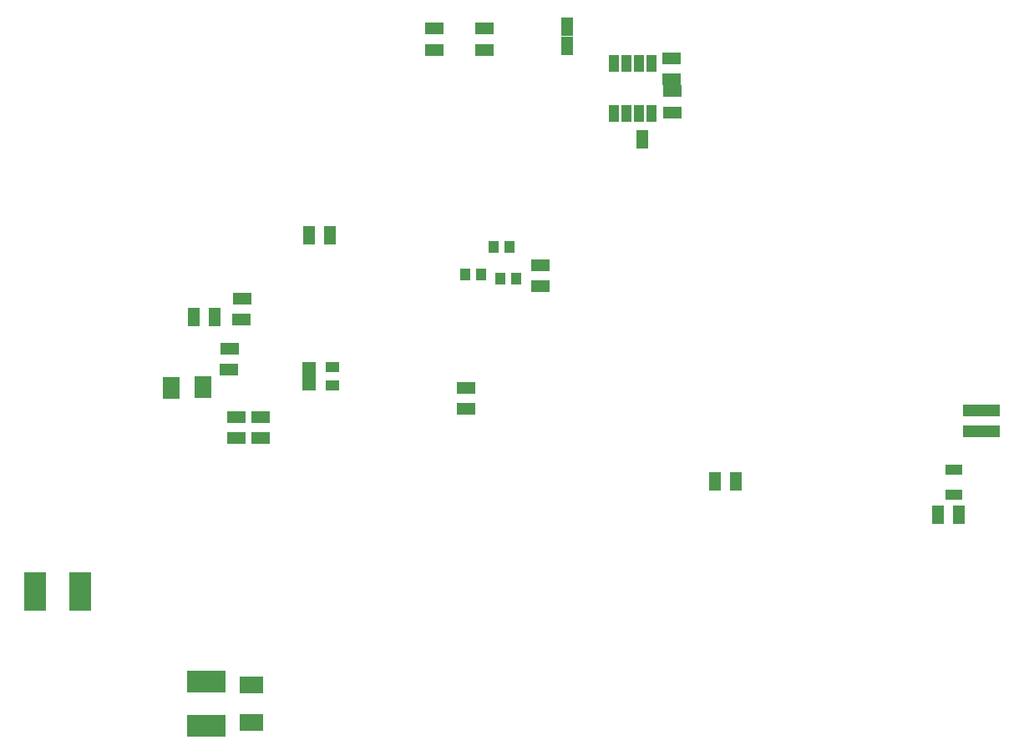
<source format=gbr>
%FSLAX34Y34*%
%MOMM*%
%LNSMDMASK_BOTTOM*%
G71*
G01*
%ADD10R, 2.40X1.70*%
%ADD11R, 4.00X2.20*%
%ADD12R, 1.83X1.20*%
%ADD13R, 2.20X4.00*%
%ADD14R, 1.20X1.83*%
%ADD15R, 1.00X1.20*%
%ADD16R, 1.70X2.20*%
%ADD17R, 1.40X1.10*%
%ADD18R, 1.05X1.67*%
%ADD19R, 1.67X1.05*%
%LPD*%
X326183Y95659D02*
G54D10*
D03*
X326083Y133259D02*
G54D10*
D03*
X280432Y91676D02*
G54D11*
D03*
X280432Y136976D02*
G54D11*
D03*
X310798Y405270D02*
G54D12*
D03*
X310792Y383966D02*
G54D12*
D03*
X335597Y383969D02*
G54D12*
D03*
X335631Y405269D02*
G54D12*
D03*
X107168Y228454D02*
G54D13*
D03*
X152468Y228454D02*
G54D13*
D03*
X817182Y339893D02*
G54D14*
D03*
X795882Y339859D02*
G54D14*
D03*
X559116Y549740D02*
G54D15*
D03*
X543216Y549740D02*
G54D15*
D03*
X587780Y577879D02*
G54D15*
D03*
X571880Y577879D02*
G54D15*
D03*
X244800Y435300D02*
G54D16*
D03*
X277300Y435400D02*
G54D16*
D03*
X408115Y437354D02*
G54D17*
D03*
X408115Y456354D02*
G54D17*
D03*
X384315Y437354D02*
G54D17*
D03*
X384315Y456354D02*
G54D17*
D03*
X384315Y446854D02*
G54D17*
D03*
X693717Y713129D02*
G54D18*
D03*
X706417Y713129D02*
G54D18*
D03*
X719117Y713128D02*
G54D18*
D03*
X731817Y713129D02*
G54D18*
D03*
X731816Y763929D02*
G54D18*
D03*
X719117Y763929D02*
G54D18*
D03*
X706416Y763929D02*
G54D18*
D03*
X693716Y763929D02*
G54D18*
D03*
X722360Y687129D02*
G54D14*
D03*
X752800Y714700D02*
G54D12*
D03*
X752806Y736003D02*
G54D12*
D03*
X618850Y538400D02*
G54D12*
D03*
X618884Y559700D02*
G54D12*
D03*
X544164Y434689D02*
G54D12*
D03*
X544170Y413386D02*
G54D12*
D03*
X288993Y507085D02*
G54D14*
D03*
X267690Y507079D02*
G54D14*
D03*
X316547Y504619D02*
G54D12*
D03*
X316581Y525919D02*
G54D12*
D03*
X406272Y589588D02*
G54D14*
D03*
X384969Y589582D02*
G54D14*
D03*
X752200Y747950D02*
G54D12*
D03*
X752234Y769250D02*
G54D12*
D03*
X646160Y801429D02*
G54D14*
D03*
X646160Y782379D02*
G54D14*
D03*
X562300Y778200D02*
G54D12*
D03*
X562306Y799503D02*
G54D12*
D03*
X511500Y778200D02*
G54D12*
D03*
X511506Y799503D02*
G54D12*
D03*
X1038319Y326463D02*
G54D19*
D03*
X1038320Y351863D02*
G54D19*
D03*
X1022340Y306080D02*
G54D14*
D03*
X1043640Y306046D02*
G54D14*
D03*
X1075819Y412120D02*
G54D12*
D03*
X1075812Y390816D02*
G54D12*
D03*
X1056769Y412120D02*
G54D12*
D03*
X1056762Y390816D02*
G54D12*
D03*
X303847Y453819D02*
G54D12*
D03*
X303881Y475119D02*
G54D12*
D03*
X594454Y545794D02*
G54D15*
D03*
X578554Y545794D02*
G54D15*
D03*
M02*

</source>
